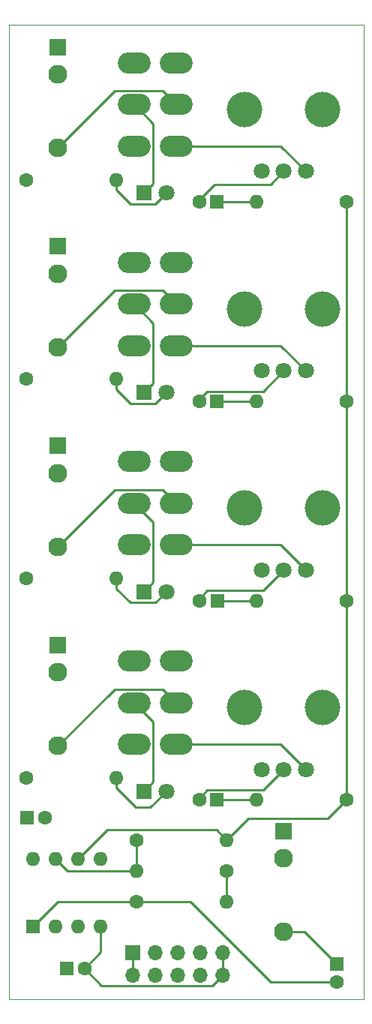
<source format=gtl>
G04 #@! TF.GenerationSoftware,KiCad,Pcbnew,(6.0.0)*
G04 #@! TF.CreationDate,2022-07-06T12:20:20+01:00*
G04 #@! TF.ProjectId,Basic-mixer,42617369-632d-46d6-9978-65722e6b6963,rev?*
G04 #@! TF.SameCoordinates,Original*
G04 #@! TF.FileFunction,Copper,L1,Top*
G04 #@! TF.FilePolarity,Positive*
%FSLAX46Y46*%
G04 Gerber Fmt 4.6, Leading zero omitted, Abs format (unit mm)*
G04 Created by KiCad (PCBNEW (6.0.0)) date 2022-07-06 12:20:20*
%MOMM*%
%LPD*%
G01*
G04 APERTURE LIST*
G04 #@! TA.AperFunction,Profile*
%ADD10C,0.050000*%
G04 #@! TD*
G04 #@! TA.AperFunction,WasherPad*
%ADD11C,4.000000*%
G04 #@! TD*
G04 #@! TA.AperFunction,ComponentPad*
%ADD12C,1.800000*%
G04 #@! TD*
G04 #@! TA.AperFunction,ComponentPad*
%ADD13R,1.600000X1.600000*%
G04 #@! TD*
G04 #@! TA.AperFunction,ComponentPad*
%ADD14C,1.600000*%
G04 #@! TD*
G04 #@! TA.AperFunction,ComponentPad*
%ADD15O,3.700000X2.400000*%
G04 #@! TD*
G04 #@! TA.AperFunction,ComponentPad*
%ADD16O,1.600000X1.600000*%
G04 #@! TD*
G04 #@! TA.AperFunction,ComponentPad*
%ADD17R,1.800000X1.800000*%
G04 #@! TD*
G04 #@! TA.AperFunction,ComponentPad*
%ADD18R,1.930000X1.830000*%
G04 #@! TD*
G04 #@! TA.AperFunction,ComponentPad*
%ADD19C,2.130000*%
G04 #@! TD*
G04 #@! TA.AperFunction,ComponentPad*
%ADD20R,1.700000X1.700000*%
G04 #@! TD*
G04 #@! TA.AperFunction,ComponentPad*
%ADD21O,1.700000X1.700000*%
G04 #@! TD*
G04 #@! TA.AperFunction,Conductor*
%ADD22C,0.250000*%
G04 #@! TD*
G04 APERTURE END LIST*
D10*
X69999999Y-31000000D02*
X70000000Y-141000000D01*
X30000000Y-31000000D02*
X30000000Y-141000000D01*
X30000000Y-31000000D02*
X69999999Y-31000000D01*
X30000000Y-141000000D02*
X70000000Y-141000000D01*
D11*
X65400000Y-85550000D03*
X56600000Y-85550000D03*
D12*
X63500000Y-92550000D03*
X61000000Y-92550000D03*
X58500000Y-92550000D03*
D11*
X65400000Y-108050000D03*
X56600000Y-108050000D03*
D12*
X63500000Y-115050000D03*
X61000000Y-115050000D03*
X58500000Y-115050000D03*
D13*
X32044888Y-120500000D03*
D14*
X34044888Y-120500000D03*
D15*
X44100000Y-102800000D03*
X44100000Y-107500000D03*
X44100000Y-112200000D03*
X48900000Y-102800000D03*
X48900000Y-107500000D03*
X48900000Y-112200000D03*
D14*
X44420000Y-123000000D03*
D16*
X54580000Y-123000000D03*
D17*
X45225000Y-72500000D03*
D12*
X47765000Y-72500000D03*
D14*
X68080000Y-118500000D03*
D16*
X57920000Y-118500000D03*
D13*
X53500000Y-96000000D03*
D14*
X51500000Y-96000000D03*
X68080000Y-96000000D03*
D16*
X57920000Y-96000000D03*
D11*
X65400000Y-63050000D03*
X56600000Y-63050000D03*
D12*
X63500000Y-70050000D03*
X61000000Y-70050000D03*
X58500000Y-70050000D03*
D14*
X31920000Y-48500000D03*
D16*
X42080000Y-48500000D03*
D14*
X31920000Y-116000000D03*
D16*
X42080000Y-116000000D03*
D17*
X45225000Y-95000000D03*
D12*
X47765000Y-95000000D03*
D14*
X31920000Y-71000000D03*
D16*
X42080000Y-71000000D03*
D13*
X67000000Y-137044887D03*
D14*
X67000000Y-139044887D03*
D18*
X35500000Y-101000000D03*
D19*
X35500000Y-112400000D03*
X35500000Y-104100000D03*
D14*
X44420000Y-130000000D03*
D16*
X54580000Y-130000000D03*
D15*
X44100000Y-35300000D03*
X44100000Y-40000000D03*
X44100000Y-44700000D03*
X48900000Y-35300000D03*
X48900000Y-40000000D03*
X48900000Y-44700000D03*
D11*
X56600000Y-40550000D03*
X65400000Y-40550000D03*
D12*
X63500000Y-47550000D03*
X61000000Y-47550000D03*
X58500000Y-47550000D03*
D14*
X31920000Y-93500000D03*
D16*
X42080000Y-93500000D03*
D17*
X45225000Y-117500000D03*
D12*
X47765000Y-117500000D03*
D14*
X68080000Y-73500000D03*
D16*
X57920000Y-73500000D03*
D13*
X53455112Y-118500000D03*
D14*
X51455112Y-118500000D03*
X68080000Y-51000000D03*
D16*
X57920000Y-51000000D03*
D18*
X35500000Y-56000000D03*
D19*
X35500000Y-67400000D03*
X35500000Y-59100000D03*
D15*
X44100000Y-80300000D03*
X44100000Y-85000000D03*
X44100000Y-89700000D03*
X48900000Y-80300000D03*
X48900000Y-85000000D03*
X48900000Y-89700000D03*
X44100000Y-57800000D03*
X44100000Y-62500000D03*
X44100000Y-67200000D03*
X48900000Y-57800000D03*
X48900000Y-62500000D03*
X48900000Y-67200000D03*
D18*
X35500000Y-33500000D03*
D19*
X35500000Y-44900000D03*
X35500000Y-36600000D03*
D14*
X54580000Y-126500000D03*
D16*
X44420000Y-126500000D03*
D17*
X45225000Y-50000000D03*
D12*
X47765000Y-50000000D03*
D13*
X53455113Y-51000000D03*
D14*
X51455113Y-51000000D03*
D13*
X53455112Y-73500000D03*
D14*
X51455112Y-73500000D03*
D13*
X36500000Y-137500000D03*
D14*
X38500000Y-137500000D03*
D18*
X35500000Y-78500000D03*
D19*
X35500000Y-89900000D03*
X35500000Y-81600000D03*
D13*
X32700000Y-132800000D03*
D16*
X35240000Y-132800000D03*
X37780000Y-132800000D03*
X40320000Y-132800000D03*
X40320000Y-125180000D03*
X37780000Y-125180000D03*
X35240000Y-125180000D03*
X32700000Y-125180000D03*
D18*
X61000000Y-122000000D03*
D19*
X61000000Y-133400000D03*
X61000000Y-125100000D03*
D20*
X43925000Y-135725000D03*
D21*
X43925000Y-138265000D03*
X46465000Y-135725000D03*
X46465000Y-138265000D03*
X49005000Y-135725000D03*
X49005000Y-138265000D03*
X51545000Y-135725000D03*
X51545000Y-138265000D03*
X54085000Y-135725000D03*
X54085000Y-138265000D03*
D22*
X43925000Y-135725000D02*
X43925000Y-138265000D01*
X40320000Y-135680000D02*
X38500000Y-137500000D01*
X54085000Y-138265000D02*
X52910489Y-139439511D01*
X40439511Y-139439511D02*
X38500000Y-137500000D01*
X40320000Y-132800000D02*
X40320000Y-135680000D01*
X52910489Y-139439511D02*
X40439511Y-139439511D01*
X54085000Y-138265000D02*
X54085000Y-135725000D01*
X57920000Y-51000000D02*
X53455113Y-51000000D01*
X53206091Y-49000000D02*
X59550000Y-49000000D01*
X51455113Y-51000000D02*
X51455113Y-50750978D01*
X51455113Y-50750978D02*
X53206091Y-49000000D01*
X59550000Y-49000000D02*
X61000000Y-47550000D01*
X58681370Y-72368630D02*
X52337460Y-72368630D01*
X61000000Y-70050000D02*
X58681370Y-72368630D01*
X52337460Y-72368630D02*
X51455112Y-73250978D01*
X51455112Y-73250978D02*
X51455112Y-73500000D01*
X53455112Y-73500000D02*
X57920000Y-73500000D01*
X63355113Y-133400000D02*
X67000000Y-137044887D01*
X61000000Y-133400000D02*
X63355113Y-133400000D01*
X59544887Y-139044887D02*
X67000000Y-139044887D01*
X32700000Y-132800000D02*
X35500000Y-130000000D01*
X44420000Y-130000000D02*
X50500000Y-130000000D01*
X35500000Y-130000000D02*
X44420000Y-130000000D01*
X50500000Y-130000000D02*
X59544887Y-139044887D01*
X53500000Y-96000000D02*
X57920000Y-96000000D01*
X42080000Y-116000000D02*
X42080000Y-117131370D01*
X42080000Y-117131370D02*
X44266224Y-119317594D01*
X44266224Y-119317594D02*
X45947406Y-119317594D01*
X45947406Y-119317594D02*
X47765000Y-117500000D01*
X51500000Y-95750978D02*
X51500000Y-96000000D01*
X58674511Y-94875489D02*
X52375489Y-94875489D01*
X52375489Y-94875489D02*
X51500000Y-95750978D01*
X61000000Y-92550000D02*
X58674511Y-94875489D01*
X53455112Y-118500000D02*
X57920000Y-118500000D01*
X58674511Y-117375489D02*
X52330601Y-117375489D01*
X51455112Y-118250978D02*
X51455112Y-118500000D01*
X61000000Y-115050000D02*
X58674511Y-117375489D01*
X52330601Y-117375489D02*
X51455112Y-118250978D01*
X46274520Y-42174520D02*
X44100000Y-40000000D01*
X45225000Y-50000000D02*
X46274520Y-48950480D01*
X46274520Y-48950480D02*
X46274520Y-42174520D01*
X42080000Y-48500000D02*
X42080000Y-49631370D01*
X43673141Y-51224511D02*
X46540489Y-51224511D01*
X42080000Y-49631370D02*
X43673141Y-51224511D01*
X46540489Y-51224511D02*
X47765000Y-50000000D01*
X46274520Y-71450480D02*
X46274520Y-64674520D01*
X45225000Y-72500000D02*
X46274520Y-71450480D01*
X46274520Y-64674520D02*
X44100000Y-62500000D01*
X46540489Y-73724511D02*
X43673141Y-73724511D01*
X47765000Y-72500000D02*
X46540489Y-73724511D01*
X43673141Y-73724511D02*
X42080000Y-72131370D01*
X42080000Y-72131370D02*
X42080000Y-71000000D01*
X44100000Y-85000000D02*
X46274520Y-87174520D01*
X46274520Y-93950480D02*
X45225000Y-95000000D01*
X46274520Y-87174520D02*
X46274520Y-93950480D01*
X46274520Y-116450480D02*
X45225000Y-117500000D01*
X44100000Y-107500000D02*
X46274520Y-109674520D01*
X46274520Y-109674520D02*
X46274520Y-116450480D01*
X48900000Y-40000000D02*
X47375480Y-38475480D01*
X47375480Y-38475480D02*
X41924520Y-38475480D01*
X41924520Y-38475480D02*
X35500000Y-44900000D01*
X48900000Y-62500000D02*
X47375480Y-60975480D01*
X47375480Y-60975480D02*
X41924520Y-60975480D01*
X41924520Y-60975480D02*
X35500000Y-67400000D01*
X48900000Y-85000000D02*
X47375480Y-83475480D01*
X47375480Y-83475480D02*
X41924520Y-83475480D01*
X41924520Y-83475480D02*
X35500000Y-89900000D01*
X47375480Y-105975480D02*
X41924520Y-105975480D01*
X48900000Y-107500000D02*
X47375480Y-105975480D01*
X41924520Y-105975480D02*
X35500000Y-112400000D01*
X57000000Y-120580000D02*
X66000000Y-120580000D01*
X68080000Y-73500000D02*
X68080000Y-96000000D01*
X68080000Y-51000000D02*
X68080000Y-73500000D01*
X53455489Y-121875489D02*
X41084511Y-121875489D01*
X68080000Y-96000000D02*
X68080000Y-118500000D01*
X54580000Y-123000000D02*
X53455489Y-121875489D01*
X54580000Y-123000000D02*
X57000000Y-120580000D01*
X66000000Y-120580000D02*
X68080000Y-118500000D01*
X41084511Y-121875489D02*
X37780000Y-125180000D01*
X54580000Y-126500000D02*
X54580000Y-130000000D01*
X35240000Y-125180000D02*
X36560000Y-126500000D01*
X36560000Y-126500000D02*
X44420000Y-126500000D01*
X44420000Y-123000000D02*
X44420000Y-126500000D01*
X42080000Y-94631370D02*
X43673141Y-96224511D01*
X43673141Y-96224511D02*
X46540489Y-96224511D01*
X46540489Y-96224511D02*
X47765000Y-95000000D01*
X42080000Y-93500000D02*
X42080000Y-94631370D01*
X63500000Y-47550000D02*
X60650000Y-44700000D01*
X60650000Y-44700000D02*
X48900000Y-44700000D01*
X48900000Y-67200000D02*
X60650000Y-67200000D01*
X60650000Y-67200000D02*
X63500000Y-70050000D01*
X60650000Y-89700000D02*
X48900000Y-89700000D01*
X63500000Y-92550000D02*
X60650000Y-89700000D01*
X63500000Y-115050000D02*
X60650000Y-112200000D01*
X60650000Y-112200000D02*
X48900000Y-112200000D01*
M02*

</source>
